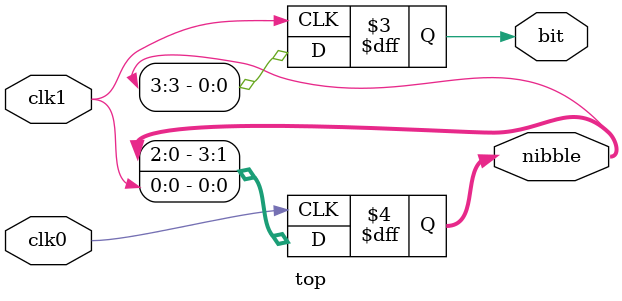
<source format=v>
module top
(
  input clk0,
  input clk1,
  output reg [3:0] nibble,
  output reg bit
);

  // This design is simplified version that similar to 
  // https://github.com/os-fpga/Jira_Testcase/tree/main/EDA-2954

  always @(posedge clk0) begin
    nibble <= { nibble[2:0], clk1 }; // Use clock clk1 as data
  end
  
  always @(posedge clk1) begin
    bit <= nibble[3];
  end
  
endmodule

</source>
